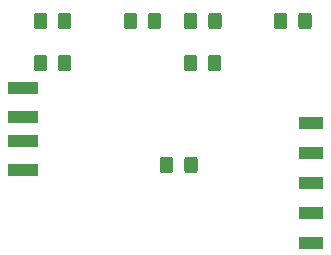
<source format=gbp>
G04 #@! TF.GenerationSoftware,KiCad,Pcbnew,5.1.10*
G04 #@! TF.CreationDate,2021-12-09T23:26:38-05:00*
G04 #@! TF.ProjectId,usbdbg,75736264-6267-42e6-9b69-6361645f7063,rev?*
G04 #@! TF.SameCoordinates,Original*
G04 #@! TF.FileFunction,Paste,Bot*
G04 #@! TF.FilePolarity,Positive*
%FSLAX46Y46*%
G04 Gerber Fmt 4.6, Leading zero omitted, Abs format (unit mm)*
G04 Created by KiCad (PCBNEW 5.1.10) date 2021-12-09 23:26:38*
%MOMM*%
%LPD*%
G01*
G04 APERTURE LIST*
%ADD10R,2.000000X1.000000*%
%ADD11R,2.500000X1.100000*%
G04 APERTURE END LIST*
D10*
X160020000Y-74676000D03*
X160020000Y-72136000D03*
X160020000Y-69596000D03*
X160020000Y-67056000D03*
X160020000Y-64516000D03*
G36*
G01*
X152485000Y-55429999D02*
X152485000Y-56330001D01*
G75*
G02*
X152235001Y-56580000I-249999J0D01*
G01*
X151584999Y-56580000D01*
G75*
G02*
X151335000Y-56330001I0J249999D01*
G01*
X151335000Y-55429999D01*
G75*
G02*
X151584999Y-55180000I249999J0D01*
G01*
X152235001Y-55180000D01*
G75*
G02*
X152485000Y-55429999I0J-249999D01*
G01*
G37*
G36*
G01*
X150435000Y-55429999D02*
X150435000Y-56330001D01*
G75*
G02*
X150185001Y-56580000I-249999J0D01*
G01*
X149534999Y-56580000D01*
G75*
G02*
X149285000Y-56330001I0J249999D01*
G01*
X149285000Y-55429999D01*
G75*
G02*
X149534999Y-55180000I249999J0D01*
G01*
X150185001Y-55180000D01*
G75*
G02*
X150435000Y-55429999I0J-249999D01*
G01*
G37*
G36*
G01*
X151317000Y-59886001D02*
X151317000Y-58985999D01*
G75*
G02*
X151566999Y-58736000I249999J0D01*
G01*
X152217001Y-58736000D01*
G75*
G02*
X152467000Y-58985999I0J-249999D01*
G01*
X152467000Y-59886001D01*
G75*
G02*
X152217001Y-60136000I-249999J0D01*
G01*
X151566999Y-60136000D01*
G75*
G02*
X151317000Y-59886001I0J249999D01*
G01*
G37*
G36*
G01*
X149267000Y-59886001D02*
X149267000Y-58985999D01*
G75*
G02*
X149516999Y-58736000I249999J0D01*
G01*
X150167001Y-58736000D01*
G75*
G02*
X150417000Y-58985999I0J-249999D01*
G01*
X150417000Y-59886001D01*
G75*
G02*
X150167001Y-60136000I-249999J0D01*
G01*
X149516999Y-60136000D01*
G75*
G02*
X149267000Y-59886001I0J249999D01*
G01*
G37*
G36*
G01*
X160105000Y-55429999D02*
X160105000Y-56330001D01*
G75*
G02*
X159855001Y-56580000I-249999J0D01*
G01*
X159204999Y-56580000D01*
G75*
G02*
X158955000Y-56330001I0J249999D01*
G01*
X158955000Y-55429999D01*
G75*
G02*
X159204999Y-55180000I249999J0D01*
G01*
X159855001Y-55180000D01*
G75*
G02*
X160105000Y-55429999I0J-249999D01*
G01*
G37*
G36*
G01*
X158055000Y-55429999D02*
X158055000Y-56330001D01*
G75*
G02*
X157805001Y-56580000I-249999J0D01*
G01*
X157154999Y-56580000D01*
G75*
G02*
X156905000Y-56330001I0J249999D01*
G01*
X156905000Y-55429999D01*
G75*
G02*
X157154999Y-55180000I249999J0D01*
G01*
X157805001Y-55180000D01*
G75*
G02*
X158055000Y-55429999I0J-249999D01*
G01*
G37*
D11*
X135634000Y-64024000D03*
X135634000Y-66024000D03*
X135634000Y-61524000D03*
X135634000Y-68524000D03*
G36*
G01*
X148403000Y-67621999D02*
X148403000Y-68522001D01*
G75*
G02*
X148153001Y-68772000I-249999J0D01*
G01*
X147502999Y-68772000D01*
G75*
G02*
X147253000Y-68522001I0J249999D01*
G01*
X147253000Y-67621999D01*
G75*
G02*
X147502999Y-67372000I249999J0D01*
G01*
X148153001Y-67372000D01*
G75*
G02*
X148403000Y-67621999I0J-249999D01*
G01*
G37*
G36*
G01*
X150453000Y-67621999D02*
X150453000Y-68522001D01*
G75*
G02*
X150203001Y-68772000I-249999J0D01*
G01*
X149552999Y-68772000D01*
G75*
G02*
X149303000Y-68522001I0J249999D01*
G01*
X149303000Y-67621999D01*
G75*
G02*
X149552999Y-67372000I249999J0D01*
G01*
X150203001Y-67372000D01*
G75*
G02*
X150453000Y-67621999I0J-249999D01*
G01*
G37*
G36*
G01*
X139767000Y-58985999D02*
X139767000Y-59886001D01*
G75*
G02*
X139517001Y-60136000I-249999J0D01*
G01*
X138866999Y-60136000D01*
G75*
G02*
X138617000Y-59886001I0J249999D01*
G01*
X138617000Y-58985999D01*
G75*
G02*
X138866999Y-58736000I249999J0D01*
G01*
X139517001Y-58736000D01*
G75*
G02*
X139767000Y-58985999I0J-249999D01*
G01*
G37*
G36*
G01*
X137717000Y-58985999D02*
X137717000Y-59886001D01*
G75*
G02*
X137467001Y-60136000I-249999J0D01*
G01*
X136816999Y-60136000D01*
G75*
G02*
X136567000Y-59886001I0J249999D01*
G01*
X136567000Y-58985999D01*
G75*
G02*
X136816999Y-58736000I249999J0D01*
G01*
X137467001Y-58736000D01*
G75*
G02*
X137717000Y-58985999I0J-249999D01*
G01*
G37*
G36*
G01*
X138617000Y-56330001D02*
X138617000Y-55429999D01*
G75*
G02*
X138866999Y-55180000I249999J0D01*
G01*
X139517001Y-55180000D01*
G75*
G02*
X139767000Y-55429999I0J-249999D01*
G01*
X139767000Y-56330001D01*
G75*
G02*
X139517001Y-56580000I-249999J0D01*
G01*
X138866999Y-56580000D01*
G75*
G02*
X138617000Y-56330001I0J249999D01*
G01*
G37*
G36*
G01*
X136567000Y-56330001D02*
X136567000Y-55429999D01*
G75*
G02*
X136816999Y-55180000I249999J0D01*
G01*
X137467001Y-55180000D01*
G75*
G02*
X137717000Y-55429999I0J-249999D01*
G01*
X137717000Y-56330001D01*
G75*
G02*
X137467001Y-56580000I-249999J0D01*
G01*
X136816999Y-56580000D01*
G75*
G02*
X136567000Y-56330001I0J249999D01*
G01*
G37*
G36*
G01*
X144187000Y-56330001D02*
X144187000Y-55429999D01*
G75*
G02*
X144436999Y-55180000I249999J0D01*
G01*
X145087001Y-55180000D01*
G75*
G02*
X145337000Y-55429999I0J-249999D01*
G01*
X145337000Y-56330001D01*
G75*
G02*
X145087001Y-56580000I-249999J0D01*
G01*
X144436999Y-56580000D01*
G75*
G02*
X144187000Y-56330001I0J249999D01*
G01*
G37*
G36*
G01*
X146237000Y-56330001D02*
X146237000Y-55429999D01*
G75*
G02*
X146486999Y-55180000I249999J0D01*
G01*
X147137001Y-55180000D01*
G75*
G02*
X147387000Y-55429999I0J-249999D01*
G01*
X147387000Y-56330001D01*
G75*
G02*
X147137001Y-56580000I-249999J0D01*
G01*
X146486999Y-56580000D01*
G75*
G02*
X146237000Y-56330001I0J249999D01*
G01*
G37*
M02*

</source>
